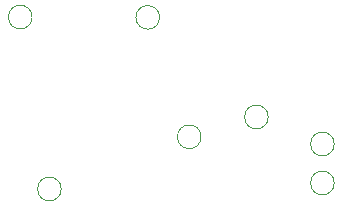
<source format=gbr>
%TF.GenerationSoftware,KiCad,Pcbnew,6.0.8+dfsg-1~bpo11+1*%
%TF.CreationDate,2022-10-21T17:28:47+00:00*%
%TF.ProjectId,t1,74312e6b-6963-4616-945f-706362585858,${git_hash}*%
%TF.SameCoordinates,Original*%
%TF.FileFunction,Other,User*%
%FSLAX46Y46*%
G04 Gerber Fmt 4.6, Leading zero omitted, Abs format (unit mm)*
G04 Created by KiCad (PCBNEW 6.0.8+dfsg-1~bpo11+1) date 2022-10-21 17:28:47*
%MOMM*%
%LPD*%
G01*
G04 APERTURE LIST*
%ADD10C,0.050000*%
G04 APERTURE END LIST*
D10*
%TO.C,TP2*%
X168792400Y-80162400D02*
G75*
G03*
X168792400Y-80162400I-1000000J0D01*
G01*
%TO.C,TP3*%
X174482000Y-78486000D02*
G75*
G03*
X174482000Y-78486000I-1000000J0D01*
G01*
%TO.C,TP4*%
X180070000Y-80772000D02*
G75*
G03*
X180070000Y-80772000I-1000000J0D01*
G01*
%TO.C,TP5*%
X180070000Y-84074000D02*
G75*
G03*
X180070000Y-84074000I-1000000J0D01*
G01*
%TO.C,TP6*%
X165287200Y-70053200D02*
G75*
G03*
X165287200Y-70053200I-1000000J0D01*
G01*
%TO.C,TP8*%
X154492200Y-70027800D02*
G75*
G03*
X154492200Y-70027800I-1000000J0D01*
G01*
%TO.C,TP9*%
X156956000Y-84582000D02*
G75*
G03*
X156956000Y-84582000I-1000000J0D01*
G01*
%TD*%
M02*

</source>
